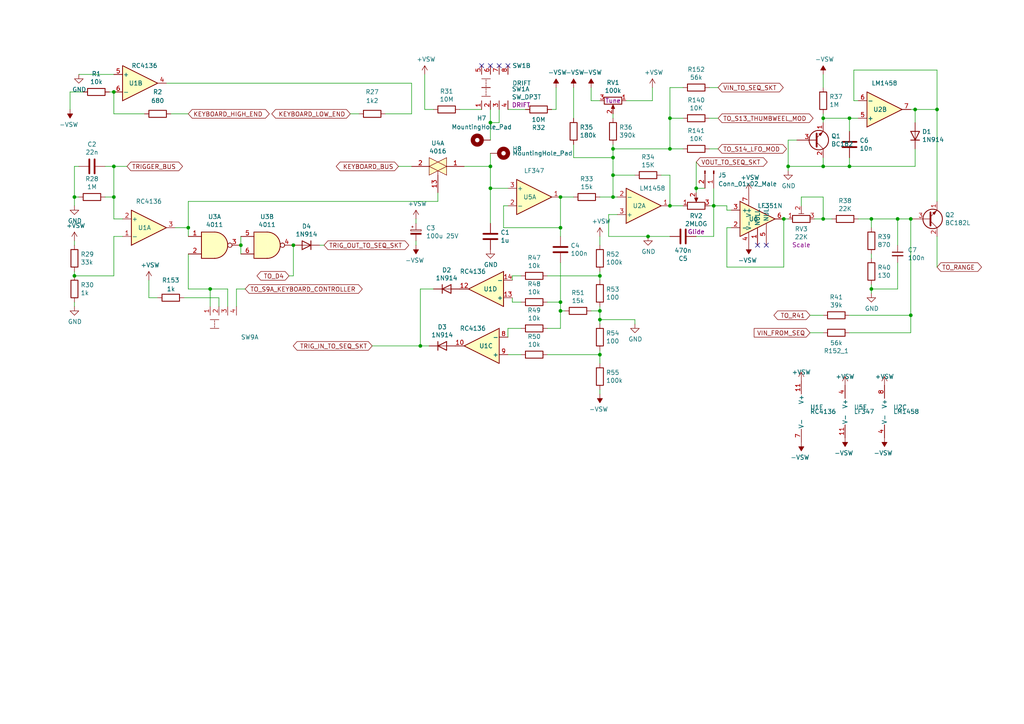
<source format=kicad_sch>
(kicad_sch (version 20230121) (generator eeschema)
  (paper "A4")
  (lib_symbols
    (symbol "4xxx:4011" (pin_names (offset 1.016))
      (property "Reference" "U" (at 0 1.27 0))
      (property "Value" "4011" (at 0 -1.27 0))
      (symbol "4011_1_1"
        (pin input line (at -7.62 2.54 0) (length 3.81) (name "~") (number "1"))
        (pin input line (at -7.62 -2.54 0) (length 3.81) (name "~") (number "2"))
        (pin output inverted (at 7.62 0 180) (length 3.81) (name "~") (number "3"))
      )
      (symbol "4011_1_2"
        (pin input inverted (at -7.62 2.54 0) (length 4.318) (name "~") (number "1"))
        (pin input inverted (at -7.62 -2.54 0) (length 4.318) (name "~") (number "2"))
        (pin output line (at 7.62 0 180) (length 3.81) (name "~") (number "3"))
      )
      (symbol "4011_2_1"
        (pin output inverted (at 7.62 0 180) (length 3.81) (name "~") (number "4"))
        (pin input line (at -7.62 2.54 0) (length 3.81) (name "~") (number "5"))
        (pin input line (at -7.62 -2.54 0) (length 3.81) (name "~") (number "6"))
      )
      (symbol "4011_2_2"
        (pin output line (at 7.62 0 180) (length 3.81) (name "~") (number "4"))
        (pin input inverted (at -7.62 2.54 0) (length 4.318) (name "~") (number "5"))
        (pin input inverted (at -7.62 -2.54 0) (length 4.318) (name "~") (number "6"))
      )
      (symbol "4011_3_1"
        (pin output inverted (at 7.62 0 180) (length 3.81) (name "~") (number "10"))
        (pin input line (at -7.62 2.54 0) (length 3.81) (name "~") (number "8"))
        (pin input line (at -7.62 -2.54 0) (length 3.81) (name "~") (number "9"))
      )
      (symbol "4011_3_2"
        (pin output line (at 7.62 0 180) (length 3.81) (name "~") (number "10"))
        (pin input inverted (at -7.62 2.54 0) (length 4.318) (name "~") (number "8"))
        (pin input inverted (at -7.62 -2.54 0) (length 4.318) (name "~") (number "9"))
      )
      (symbol "4011_4_1"
        (pin output inverted (at 7.62 0 180) (length 3.81) (name "~") (number "11"))
        (pin input line (at -7.62 2.54 0) (length 3.81) (name "~") (number "12"))
        (pin input line (at -7.62 -2.54 0) (length 3.81) (name "~") (number "13"))
      )
      (symbol "4011_4_2"
        (pin output line (at 7.62 0 180) (length 3.81) (name "~") (number "11"))
        (pin input inverted (at -7.62 2.54 0) (length 4.318) (name "~") (number "12"))
        (pin input inverted (at -7.62 -2.54 0) (length 4.318) (name "~") (number "13"))
      )
      (symbol "4011_5_0"
        (pin power_in line (at 0 12.7 270) (length 5.08) (name "VDD") (number "14"))
        (pin power_in line (at 0 -12.7 90) (length 5.08) (name "VSS") (number "7"))
      )
    )
    (symbol "4xxx:4016" (pin_names (offset 1.016))
      (property "Reference" "U" (at -7.62 8.89 0))
      (property "Value" "4016" (at -7.62 -8.89 0))
      (symbol "4016_1_0"
        (pin passive line (at -7.62 0 0) (length 5.08) (name "~") (number "1"))
        (pin input line (at 0 7.62 270) (length 5.08) (name "~") (number "13"))
        (pin passive line (at 7.62 0 180) (length 5.08) (name "~") (number "2"))
      )
      (symbol "4016_2_0"
        (pin passive line (at 7.62 0 180) (length 5.08) (name "~") (number "3"))
        (pin passive line (at -7.62 0 0) (length 5.08) (name "~") (number "4"))
        (pin input line (at 0 7.62 270) (length 5.08) (name "~") (number "5"))
      )
      (symbol "4016_3_0"
        (pin input line (at 0 7.62 270) (length 5.08) (name "~") (number "6"))
        (pin passive line (at -7.62 0 0) (length 5.08) (name "~") (number "8"))
        (pin passive line (at 7.62 0 180) (length 5.08) (name "~") (number "9"))
      )
      (symbol "4016_4_0"
        (pin passive line (at 7.62 0 180) (length 5.08) (name "~") (number "10"))
        (pin passive line (at -7.62 0 0) (length 5.08) (name "~") (number "11"))
        (pin input line (at 0 7.62 270) (length 5.08) (name "~") (number "12"))
      )
      (symbol "4016_5_0"
        (pin power_in line (at 0 12.7 270) (length 5.08) (name "VDD") (number "14"))
        (pin power_in line (at 0 -12.7 90) (length 5.08) (name "VSS") (number "7"))
      )
    )
    (symbol "Amplifier_Operational:LF351N"
      (property "Reference" "U" (at 0 6.35 0))
      (property "Value" "LF351N" (at 0 3.81 0))
      (symbol "LF351N_1_1"
        (pin input line (at 0 -7.62 90) (length 5.08) (name "NULL") (number "1"))
        (pin input line (at -7.62 -2.54 0) (length 2.54) (name "-") (number "2"))
        (pin input line (at -7.62 2.54 0) (length 2.54) (name "+") (number "3"))
        (pin power_in line (at -2.54 -7.62 90) (length 3.81) (name "V-") (number "4"))
        (pin input line (at 2.54 -7.62 90) (length 6.35) (name "NULL") (number "5"))
        (pin output line (at 7.62 0 180) (length 2.54) (name "~") (number "6"))
        (pin power_in line (at -2.54 7.62 270) (length 3.81) (name "V+") (number "7"))
        (pin no_connect line (at 0 2.54 270) (length 2.54) hide (name "NC") (number "8"))
      )
    )
    (symbol "Connector:Conn_01x02_Pin" (pin_names (offset 1.016) hide)
      (property "Reference" "J" (at 0 2.54 0))
      (property "Value" "Conn_01x02_Pin" (at 0 -5.08 0))
      (symbol "Conn_01x02_Pin_1_1"
        (pin passive line (at 5.08 0 180) (length 3.81) (name "Pin_1") (number "1"))
        (pin passive line (at 5.08 -2.54 180) (length 3.81) (name "Pin_2") (number "2"))
      )
    )
    (symbol "Device:C" (pin_numbers hide) (pin_names (offset 0.254))
      (property "Reference" "C" (at 0.635 2.54 0))
      (property "Value" "C" (at 0.635 -2.54 0))
      (symbol "C_1_1"
        (pin passive line (at 0 3.81 270) (length 2.794) (name "~") (number "1"))
        (pin passive line (at 0 -3.81 90) (length 2.794) (name "~") (number "2"))
      )
    )
    (symbol "Device:C_Polarized_Small" (pin_numbers hide) (pin_names (offset 0.254) hide)
      (property "Reference" "C" (at 0.254 1.778 0))
      (property "Value" "C_Polarized_Small" (at 0.254 -2.032 0))
      (symbol "C_Polarized_Small_1_1"
        (pin passive line (at 0 2.54 270) (length 1.8542) (name "~") (number "1"))
        (pin passive line (at 0 -2.54 90) (length 1.8542) (name "~") (number "2"))
      )
    )
    (symbol "Device:C_Small" (pin_numbers hide) (pin_names (offset 0.254) hide)
      (property "Reference" "C" (at 0.254 1.778 0))
      (property "Value" "C_Small" (at 0.254 -2.032 0))
      (symbol "C_Small_1_1"
        (pin passive line (at 0 2.54 270) (length 2.032) (name "~") (number "1"))
        (pin passive line (at 0 -2.54 90) (length 2.032) (name "~") (number "2"))
      )
    )
    (symbol "Device:Q_NPN_ECB" (pin_names (offset 0) hide)
      (property "Reference" "Q" (at 5.08 1.27 0))
      (property "Value" "Q_NPN_ECB" (at 5.08 -1.27 0))
      (symbol "Q_NPN_ECB_1_1"
        (pin passive line (at 2.54 -5.08 90) (length 2.54) (name "E") (number "1"))
        (pin passive line (at 2.54 5.08 270) (length 2.54) (name "C") (number "2"))
        (pin passive line (at -5.08 0 0) (length 5.715) (name "B") (number "3"))
      )
    )
    (symbol "Device:R" (pin_numbers hide) (pin_names (offset 0))
      (property "Reference" "R" (at 2.032 0 90))
      (property "Value" "R" (at 0 0 90))
      (symbol "R_1_1"
        (pin passive line (at 0 3.81 270) (length 1.27) (name "~") (number "1"))
        (pin passive line (at 0 -3.81 90) (length 1.27) (name "~") (number "2"))
      )
    )
    (symbol "Device:R_Potentiometer" (pin_names (offset 1.016) hide)
      (property "Reference" "RV" (at -4.445 0 90))
      (property "Value" "R_Potentiometer" (at -2.54 0 90))
      (symbol "R_Potentiometer_1_1"
        (pin passive line (at 0 3.81 270) (length 1.27) (name "1") (number "1"))
        (pin passive line (at 3.81 0 180) (length 1.27) (name "2") (number "2"))
        (pin passive line (at 0 -3.81 90) (length 1.27) (name "3") (number "3"))
      )
    )
    (symbol "Device:R_Potentiometer_Trim" (pin_names (offset 1.016) hide)
      (property "Reference" "RV" (at -4.445 0 90))
      (property "Value" "R_Potentiometer_Trim" (at -2.54 0 90))
      (symbol "R_Potentiometer_Trim_1_1"
        (pin passive line (at 0 3.81 270) (length 1.27) (name "1") (number "1"))
        (pin passive line (at 3.81 0 180) (length 1.27) (name "2") (number "2"))
        (pin passive line (at 0 -3.81 90) (length 1.27) (name "3") (number "3"))
      )
    )
    (symbol "Diode:1N914" (pin_numbers hide) (pin_names hide)
      (property "Reference" "D" (at 0 2.54 0))
      (property "Value" "1N914" (at 0 -2.54 0))
      (symbol "1N914_1_1"
        (pin passive line (at -3.81 0 0) (length 2.54) (name "K") (number "1"))
        (pin passive line (at 3.81 0 180) (length 2.54) (name "A") (number "2"))
      )
    )
    (symbol "Mechanical:MountingHole_Pad" (pin_numbers hide) (pin_names (offset 1.016) hide)
      (property "Reference" "H" (at 0 6.35 0))
      (property "Value" "MountingHole_Pad" (at 0 4.445 0))
      (symbol "MountingHole_Pad_1_1"
        (pin input line (at 0 -2.54 90) (length 2.54) (name "1") (number "1"))
      )
    )
    (symbol "pe_microsynth:LF347" (pin_names (offset 0.127))
      (property "Reference" "U" (at 0 5.08 0))
      (property "Value" "LF347" (at 0 -5.08 0))
      (symbol "LF347_1_1"
        (pin output line (at 7.62 0 180) (length 2.54) (name "~") (number "1"))
        (pin input line (at -7.62 -2.54 0) (length 2.54) (name "-") (number "2"))
        (pin input line (at -7.62 2.54 0) (length 2.54) (name "+") (number "3"))
      )
      (symbol "LF347_2_1"
        (pin input line (at -7.62 2.54 0) (length 2.54) (name "+") (number "5"))
        (pin input line (at -7.62 -2.54 0) (length 2.54) (name "-") (number "6"))
        (pin output line (at 7.62 0 180) (length 2.54) (name "~") (number "7"))
      )
      (symbol "LF347_3_1"
        (pin input line (at -7.62 2.54 0) (length 2.54) (name "+") (number "10"))
        (pin output line (at 7.62 0 180) (length 2.54) (name "~") (number "8"))
        (pin input line (at -7.62 -2.54 0) (length 2.54) (name "-") (number "9"))
      )
      (symbol "LF347_4_1"
        (pin input line (at -7.62 2.54 0) (length 2.54) (name "+") (number "12"))
        (pin input line (at -7.62 -2.54 0) (length 2.54) (name "-") (number "13"))
        (pin output line (at 7.62 0 180) (length 2.54) (name "~") (number "14"))
      )
      (symbol "LF347_5_1"
        (pin power_in line (at -2.54 -7.62 90) (length 3.81) (name "V-") (number "11"))
        (pin power_in line (at -2.54 7.62 270) (length 3.81) (name "V+") (number "4"))
      )
    )
    (symbol "pe_microsynth:LM1458" (pin_names (offset 0.127))
      (property "Reference" "U" (at 0 5.08 0))
      (property "Value" "LM1458" (at 0 -5.08 0))
      (symbol "LM1458_1_1"
        (pin output line (at 7.62 0 180) (length 2.54) (name "~") (number "1"))
        (pin input line (at -7.62 -2.54 0) (length 2.54) (name "-") (number "2"))
        (pin input line (at -7.62 2.54 0) (length 2.54) (name "+") (number "3"))
      )
      (symbol "LM1458_2_1"
        (pin input line (at -7.62 2.54 0) (length 2.54) (name "+") (number "5"))
        (pin input line (at -7.62 -2.54 0) (length 2.54) (name "-") (number "6"))
        (pin output line (at 7.62 0 180) (length 2.54) (name "~") (number "7"))
      )
      (symbol "LM1458_3_1"
        (pin power_in line (at -2.54 -7.62 90) (length 3.81) (name "V-") (number "4"))
        (pin power_in line (at -2.54 7.62 270) (length 3.81) (name "V+") (number "8"))
      )
    )
    (symbol "pe_microsynth:RC4136" (pin_names (offset 0.127))
      (property "Reference" "U" (at -3.81 0 0))
      (property "Value" "RC4136" (at 0 3.81 0))
      (symbol "RC4136_1_1"
        (pin input line (at -7.62 2.54 0) (length 2.54) (name "-") (number "1"))
        (pin input line (at -7.62 -2.54 0) (length 2.54) (name "+") (number "2"))
        (pin output line (at 7.62 0 180) (length 2.54) (name "~") (number "3"))
      )
      (symbol "RC4136_2_1"
        (pin output line (at 7.62 0 180) (length 2.54) (name "~") (number "4"))
        (pin input line (at -7.62 -2.54 0) (length 2.54) (name "+") (number "5"))
        (pin input line (at -7.62 2.54 0) (length 2.54) (name "-") (number "6"))
      )
      (symbol "RC4136_3_1"
        (pin output line (at 7.62 0 180) (length 2.54) (name "~") (number "10"))
        (pin input line (at -7.62 2.54 0) (length 2.54) (name "-") (number "8"))
        (pin input line (at -7.62 -2.54 0) (length 2.54) (name "+") (number "9"))
      )
      (symbol "RC4136_4_1"
        (pin output line (at 7.62 0 180) (length 2.54) (name "~") (number "12"))
        (pin input line (at -7.62 -2.54 0) (length 2.54) (name "+") (number "13"))
        (pin input line (at -7.62 2.54 0) (length 2.54) (name "-") (number "14"))
      )
      (symbol "RC4136_5_1"
        (pin power_in line (at -2.54 8.89 270) (length 3.81) (name "V+") (number "11"))
        (pin power_in line (at -2.54 -8.89 90) (length 3.81) (name "V-") (number "7"))
      )
    )
    (symbol "pe_microsynth:SW_DPTT_SELECTOR-Switch" (pin_names (offset 1.016))
      (property "Reference" "SW" (at 0 0 0))
      (property "Value" "SW_DPTT_SELECTOR-Switch" (at 0 0 0))
      (symbol "SW_DPTT_SELECTOR-Switch_1_1"
        (pin bidirectional line (at -3.81 -5.08 90) (length 2.54) (name "~") (number "1"))
        (pin bidirectional line (at -1.27 -5.08 90) (length 2.54) (name "~") (number "2"))
        (pin bidirectional line (at 1.27 -5.08 90) (length 2.54) (name "~") (number "3"))
        (pin bidirectional line (at 3.81 -5.08 90) (length 2.54) (name "~") (number "4"))
      )
      (symbol "SW_DPTT_SELECTOR-Switch_2_1"
        (pin bidirectional line (at -3.81 5.08 270) (length 2.54) (name "~") (number "5"))
        (pin bidirectional line (at -1.27 5.08 270) (length 2.54) (name "~") (number "6"))
        (pin bidirectional line (at 1.27 5.08 270) (length 2.54) (name "~") (number "7"))
        (pin bidirectional line (at 3.81 5.08 270) (length 2.54) (name "~") (number "8"))
      )
    )
    (symbol "power:+VSW" (power) (pin_names (offset 0))
      (property "Value" "+VSW" (at 0 3.556 0))
      (symbol "+VSW_1_1"
        (pin power_in line (at 0 0 90) (length 0) hide (name "+VSW") (number "1"))
      )
    )
    (symbol "power:-VSW" (power) (pin_names (offset 0))
      (property "Value" "-VSW" (at 0 3.81 0))
      (symbol "-VSW_0_0"
        (pin power_in line (at 0 0 90) (length 0) hide (name "-VSW") (number "1"))
      )
    )
    (symbol "power:GND" (power) (pin_names (offset 0))
      (property "Value" "GND" (at 0 -3.81 0))
      (symbol "GND_1_1"
        (pin power_in line (at 0 0 270) (length 0) hide (name "GND") (number "1"))
      )
    )
  )
  (junction (at 177.8 50.8))
  (junction (at 252.73 63.5))
  (junction (at 246.38 48.26))
  (junction (at 54.61 66.04))
  (junction (at 162.56 66.04))
  (junction (at 177.8 45.72))
  (junction (at 177.8 57.15))
  (junction (at 121.92 100.33))
  (junction (at 173.99 80.01))
  (junction (at 238.76 63.5))
  (junction (at 264.16 91.44))
  (junction (at 201.93 54.61))
  (junction (at 33.02 48.26))
  (junction (at 21.59 57.15))
  (junction (at 238.76 34.29))
  (junction (at 227.33 63.5))
  (junction (at 173.99 102.87))
  (junction (at 271.78 31.75))
  (junction (at 177.8 43.18))
  (junction (at 194.31 43.18))
  (junction (at 21.59 80.01))
  (junction (at 207.01 59.69))
  (junction (at 69.85 71.12))
  (junction (at 246.38 34.29))
  (junction (at 228.6 48.26))
  (junction (at 60.96 83.82))
  (junction (at 162.56 57.15))
  (junction (at 252.73 83.82))
  (junction (at 142.24 54.61))
  (junction (at 265.43 31.75))
  (junction (at 260.35 63.5))
  (junction (at 238.76 48.26))
  (junction (at 187.96 68.58))
  (junction (at 33.02 57.15))
  (junction (at 142.24 35.56))
  (junction (at 162.56 90.17))
  (junction (at 194.31 59.69))
  (junction (at 162.56 87.63))
  (junction (at 85.09 71.12))
  (junction (at 142.24 48.26))
  (junction (at 173.99 92.71))
  (junction (at 173.99 90.17))
  (junction (at 33.02 26.67))
  (junction (at 264.16 63.5))
  (junction (at 194.31 34.29))
  (no_connect (at 222.25 71.12))
  (no_connect (at 139.7 19.05))
  (no_connect (at 147.32 19.05))
  (no_connect (at 219.71 71.12))
  (no_connect (at 142.24 19.05))
  (no_connect (at 144.78 19.05))
  (wire (pts (xy 173.99 114.3) (xy 173.99 113.03)))
  (wire (pts (xy 265.43 31.75) (xy 271.78 31.75)))
  (wire (pts (xy 177.8 33.02) (xy 177.8 34.29)))
  (wire (pts (xy 22.86 21.59) (xy 33.02 21.59)))
  (wire (pts (xy 177.8 50.8) (xy 177.8 45.72)))
  (wire (pts (xy 238.76 33.02) (xy 238.76 34.29)))
  (wire (pts (xy 71.12 83.82) (xy 68.58 83.82)))
  (wire (pts (xy 63.5 86.36) (xy 53.34 86.36)))
  (wire (pts (xy 260.35 63.5) (xy 264.16 63.5)))
  (wire (pts (xy 173.99 80.01) (xy 158.75 80.01)))
  (wire (pts (xy 101.6 33.02) (xy 104.14 33.02)))
  (wire (pts (xy 33.02 48.26) (xy 30.48 48.26)))
  (wire (pts (xy 248.92 34.29) (xy 246.38 34.29)))
  (wire (pts (xy 238.76 57.15) (xy 232.41 57.15)))
  (wire (pts (xy 194.31 59.69) (xy 194.31 50.8)))
  (wire (pts (xy 127 58.42) (xy 54.61 58.42)))
  (wire (pts (xy 260.35 71.12) (xy 260.35 63.5)))
  (wire (pts (xy 33.02 33.02) (xy 41.91 33.02)))
  (wire (pts (xy 63.5 88.9) (xy 63.5 86.36)))
  (wire (pts (xy 232.41 57.15) (xy 232.41 59.69)))
  (wire (pts (xy 161.29 31.75) (xy 160.02 31.75)))
  (wire (pts (xy 144.78 35.56) (xy 142.24 35.56)))
  (wire (pts (xy 246.38 34.29) (xy 246.38 38.1)))
  (wire (pts (xy 246.38 34.29) (xy 238.76 34.29)))
  (wire (pts (xy 166.37 45.72) (xy 177.8 45.72)))
  (wire (pts (xy 111.76 33.02) (xy 119.38 33.02)))
  (wire (pts (xy 54.61 66.04) (xy 50.8 66.04)))
  (wire (pts (xy 173.99 78.74) (xy 173.99 80.01)))
  (wire (pts (xy 194.31 43.18) (xy 177.8 43.18)))
  (wire (pts (xy 31.75 26.67) (xy 33.02 26.67)))
  (wire (pts (xy 173.99 29.21) (xy 171.45 29.21)))
  (wire (pts (xy 146.05 66.04) (xy 146.05 59.69)))
  (wire (pts (xy 162.56 66.04) (xy 146.05 66.04)))
  (wire (pts (xy 148.59 80.01) (xy 148.59 81.28)))
  (wire (pts (xy 248.92 63.5) (xy 252.73 63.5)))
  (wire (pts (xy 162.56 90.17) (xy 162.56 95.25)))
  (wire (pts (xy 173.99 88.9) (xy 173.99 90.17)))
  (wire (pts (xy 171.45 29.21) (xy 171.45 25.4)))
  (wire (pts (xy 147.32 54.61) (xy 142.24 54.61)))
  (wire (pts (xy 212.09 60.96) (xy 210.82 60.96)))
  (wire (pts (xy 238.76 63.5) (xy 238.76 57.15)))
  (wire (pts (xy 60.96 83.82) (xy 66.04 83.82)))
  (wire (pts (xy 173.99 92.71) (xy 173.99 93.98)))
  (wire (pts (xy 121.92 83.82) (xy 121.92 100.33)))
  (wire (pts (xy 210.82 60.96) (xy 210.82 59.69)))
  (wire (pts (xy 198.12 59.69) (xy 194.31 59.69)))
  (wire (pts (xy 238.76 63.5) (xy 241.3 63.5)))
  (wire (pts (xy 173.99 101.6) (xy 173.99 102.87)))
  (wire (pts (xy 179.07 57.15) (xy 177.8 57.15)))
  (wire (pts (xy 210.82 59.69) (xy 207.01 59.69)))
  (wire (pts (xy 238.76 63.5) (xy 236.22 63.5)))
  (wire (pts (xy 176.53 62.23) (xy 176.53 68.58)))
  (wire (pts (xy 176.53 68.58) (xy 187.96 68.58)))
  (wire (pts (xy 246.38 48.26) (xy 238.76 48.26)))
  (wire (pts (xy 201.93 46.99) (xy 201.93 54.61)))
  (wire (pts (xy 162.56 87.63) (xy 158.75 87.63)))
  (wire (pts (xy 119.38 24.13) (xy 119.38 33.02)))
  (wire (pts (xy 238.76 48.26) (xy 228.6 48.26)))
  (wire (pts (xy 69.85 68.58) (xy 69.85 71.12)))
  (wire (pts (xy 207.01 68.58) (xy 207.01 59.69)))
  (wire (pts (xy 33.02 33.02) (xy 33.02 26.67)))
  (wire (pts (xy 147.32 95.25) (xy 147.32 97.79)))
  (wire (pts (xy 127 55.88) (xy 127 58.42)))
  (wire (pts (xy 142.24 31.75) (xy 142.24 35.56)))
  (wire (pts (xy 260.35 83.82) (xy 260.35 76.2)))
  (wire (pts (xy 162.56 76.2) (xy 162.56 87.63)))
  (wire (pts (xy 179.07 62.23) (xy 176.53 62.23)))
  (wire (pts (xy 194.31 43.18) (xy 194.31 34.29)))
  (wire (pts (xy 228.6 63.5) (xy 227.33 63.5)))
  (wire (pts (xy 228.6 49.53) (xy 228.6 48.26)))
  (wire (pts (xy 142.24 48.26) (xy 134.62 48.26)))
  (wire (pts (xy 144.78 31.75) (xy 144.78 35.56)))
  (wire (pts (xy 125.73 83.82) (xy 121.92 83.82)))
  (wire (pts (xy 210.82 77.47) (xy 227.33 77.47)))
  (wire (pts (xy 271.78 31.75) (xy 271.78 58.42)))
  (wire (pts (xy 208.28 25.4) (xy 205.74 25.4)))
  (wire (pts (xy 207.01 54.61) (xy 207.01 59.69)))
  (wire (pts (xy 173.99 102.87) (xy 173.99 105.41)))
  (wire (pts (xy 107.95 100.33) (xy 121.92 100.33)))
  (wire (pts (xy 173.99 102.87) (xy 158.75 102.87)))
  (wire (pts (xy 238.76 91.44) (xy 234.95 91.44)))
  (wire (pts (xy 247.65 29.21) (xy 247.65 20.32)))
  (wire (pts (xy 194.31 34.29) (xy 194.31 25.4)))
  (wire (pts (xy 248.92 29.21) (xy 247.65 29.21)))
  (wire (pts (xy 139.7 31.75) (xy 133.35 31.75)))
  (wire (pts (xy 201.93 54.61) (xy 201.93 55.88)))
  (wire (pts (xy 148.59 86.36) (xy 148.59 87.63)))
  (wire (pts (xy 166.37 41.91) (xy 166.37 45.72)))
  (wire (pts (xy 142.24 44.45) (xy 142.24 48.26)))
  (wire (pts (xy 210.82 66.04) (xy 210.82 77.47)))
  (wire (pts (xy 161.29 25.4) (xy 161.29 31.75)))
  (wire (pts (xy 198.12 43.18) (xy 194.31 43.18)))
  (wire (pts (xy 228.6 48.26) (xy 228.6 40.64)))
  (wire (pts (xy 173.99 80.01) (xy 173.99 81.28)))
  (wire (pts (xy 201.93 54.61) (xy 204.47 54.61)))
  (wire (pts (xy 162.56 90.17) (xy 163.83 90.17)))
  (wire (pts (xy 177.8 45.72) (xy 177.8 43.18)))
  (wire (pts (xy 33.02 68.58) (xy 33.02 80.01)))
  (wire (pts (xy 252.73 63.5) (xy 260.35 63.5)))
  (wire (pts (xy 151.13 80.01) (xy 148.59 80.01)))
  (wire (pts (xy 54.61 83.82) (xy 54.61 73.66)))
  (wire (pts (xy 33.02 57.15) (xy 33.02 48.26)))
  (wire (pts (xy 123.19 21.59) (xy 123.19 31.75)))
  (wire (pts (xy 271.78 68.58) (xy 271.78 77.47)))
  (wire (pts (xy 194.31 34.29) (xy 198.12 34.29)))
  (wire (pts (xy 238.76 34.29) (xy 238.76 35.56)))
  (wire (pts (xy 21.59 80.01) (xy 21.59 78.74)))
  (wire (pts (xy 171.45 90.17) (xy 173.99 90.17)))
  (wire (pts (xy 246.38 91.44) (xy 264.16 91.44)))
  (wire (pts (xy 271.78 20.32) (xy 271.78 31.75)))
  (wire (pts (xy 54.61 68.58) (xy 54.61 66.04)))
  (wire (pts (xy 246.38 96.52) (xy 264.16 96.52)))
  (wire (pts (xy 93.98 71.12) (xy 92.71 71.12)))
  (wire (pts (xy 238.76 45.72) (xy 238.76 48.26)))
  (wire (pts (xy 151.13 95.25) (xy 147.32 95.25)))
  (wire (pts (xy 177.8 57.15) (xy 177.8 50.8)))
  (wire (pts (xy 43.18 81.28) (xy 43.18 86.36)))
  (wire (pts (xy 265.43 43.18) (xy 265.43 48.26)))
  (wire (pts (xy 147.32 102.87) (xy 151.13 102.87)))
  (wire (pts (xy 162.56 95.25) (xy 158.75 95.25)))
  (wire (pts (xy 162.56 68.58) (xy 162.56 66.04)))
  (wire (pts (xy 49.53 33.02) (xy 54.61 33.02)))
  (wire (pts (xy 162.56 57.15) (xy 166.37 57.15)))
  (wire (pts (xy 228.6 40.64) (xy 231.14 40.64)))
  (wire (pts (xy 184.15 92.71) (xy 173.99 92.71)))
  (wire (pts (xy 115.57 48.26) (xy 119.38 48.26)))
  (wire (pts (xy 189.23 25.4) (xy 189.23 29.21)))
  (wire (pts (xy 35.56 63.5) (xy 33.02 63.5)))
  (wire (pts (xy 162.56 66.04) (xy 162.56 57.15)))
  (wire (pts (xy 162.56 87.63) (xy 162.56 90.17)))
  (wire (pts (xy 142.24 54.61) (xy 142.24 64.77)))
  (wire (pts (xy 265.43 31.75) (xy 264.16 31.75)))
  (wire (pts (xy 173.99 57.15) (xy 177.8 57.15)))
  (wire (pts (xy 246.38 45.72) (xy 246.38 48.26)))
  (wire (pts (xy 252.73 82.55) (xy 252.73 83.82)))
  (wire (pts (xy 189.23 29.21) (xy 181.61 29.21)))
  (wire (pts (xy 68.58 83.82) (xy 68.58 88.9)))
  (wire (pts (xy 227.33 77.47) (xy 227.33 63.5)))
  (wire (pts (xy 60.96 83.82) (xy 54.61 83.82)))
  (wire (pts (xy 177.8 43.18) (xy 177.8 41.91)))
  (wire (pts (xy 212.09 66.04) (xy 210.82 66.04)))
  (wire (pts (xy 33.02 63.5) (xy 33.02 57.15)))
  (wire (pts (xy 184.15 50.8) (xy 177.8 50.8)))
  (wire (pts (xy 173.99 90.17) (xy 173.99 92.71)))
  (wire (pts (xy 21.59 59.69) (xy 21.59 57.15)))
  (wire (pts (xy 184.15 93.98) (xy 184.15 92.71)))
  (wire (pts (xy 142.24 54.61) (xy 142.24 48.26)))
  (wire (pts (xy 252.73 83.82) (xy 260.35 83.82)))
  (wire (pts (xy 146.05 59.69) (xy 147.32 59.69)))
  (wire (pts (xy 60.96 88.9) (xy 60.96 83.82)))
  (wire (pts (xy 36.83 48.26) (xy 33.02 48.26)))
  (wire (pts (xy 201.93 68.58) (xy 207.01 68.58)))
  (wire (pts (xy 207.01 59.69) (xy 205.74 59.69)))
  (wire (pts (xy 173.99 68.58) (xy 173.99 71.12)))
  (wire (pts (xy 252.73 73.66) (xy 252.73 74.93)))
  (wire (pts (xy 265.43 35.56) (xy 265.43 31.75)))
  (wire (pts (xy 119.38 24.13) (xy 48.26 24.13)))
  (wire (pts (xy 194.31 25.4) (xy 198.12 25.4)))
  (wire (pts (xy 120.65 69.85) (xy 120.65 71.12)))
  (wire (pts (xy 148.59 87.63) (xy 151.13 87.63)))
  (wire (pts (xy 152.4 31.75) (xy 147.32 31.75)))
  (wire (pts (xy 43.18 86.36) (xy 45.72 86.36)))
  (wire (pts (xy 208.28 34.29) (xy 205.74 34.29)))
  (wire (pts (xy 187.96 68.58) (xy 194.31 68.58)))
  (wire (pts (xy 66.04 83.82) (xy 66.04 88.9)))
  (wire (pts (xy 21.59 48.26) (xy 22.86 48.26)))
  (wire (pts (xy 238.76 96.52) (xy 234.95 96.52)))
  (wire (pts (xy 21.59 71.12) (xy 21.59 69.85)))
  (wire (pts (xy 265.43 48.26) (xy 246.38 48.26)))
  (wire (pts (xy 22.86 57.15) (xy 21.59 57.15)))
  (wire (pts (xy 208.28 43.18) (xy 205.74 43.18)))
  (wire (pts (xy 21.59 88.9) (xy 21.59 87.63)))
  (wire (pts (xy 247.65 20.32) (xy 271.78 20.32)))
  (wire (pts (xy 20.32 26.67) (xy 20.32 31.75)))
  (wire (pts (xy 85.09 80.01) (xy 83.82 80.01)))
  (wire (pts (xy 238.76 25.4) (xy 238.76 21.59)))
  (wire (pts (xy 24.13 26.67) (xy 20.32 26.67)))
  (wire (pts (xy 54.61 58.42) (xy 54.61 66.04)))
  (wire (pts (xy 166.37 34.29) (xy 166.37 25.4)))
  (wire (pts (xy 264.16 91.44) (xy 264.16 63.5)))
  (wire (pts (xy 85.09 71.12) (xy 85.09 80.01)))
  (wire (pts (xy 69.85 71.12) (xy 69.85 73.66)))
  (wire (pts (xy 252.73 66.04) (xy 252.73 63.5)))
  (wire (pts (xy 30.48 57.15) (xy 33.02 57.15)))
  (wire (pts (xy 252.73 85.09) (xy 252.73 83.82)))
  (wire (pts (xy 123.19 31.75) (xy 125.73 31.75)))
  (wire (pts (xy 35.56 68.58) (xy 33.02 68.58)))
  (wire (pts (xy 142.24 35.56) (xy 142.24 40.64)))
  (wire (pts (xy 194.31 50.8) (xy 191.77 50.8)))
  (wire (pts (xy 33.02 80.01) (xy 21.59 80.01)))
  (wire (pts (xy 120.65 64.77) (xy 120.65 63.5)))
  (wire (pts (xy 124.46 100.33) (xy 121.92 100.33)))
  (wire (pts (xy 21.59 57.15) (xy 21.59 48.26)))
  (wire (pts (xy 264.16 96.52) (xy 264.16 91.44)))
  (global_label "TO_S14_LFO_MOD" (shape bidirectional) (at 208.28 43.18 0) (property "Intersheetrefs" "${INTERSHEET_REFS}" (effects hide)))
  (global_label "TO_S13_THUMBWEEL_MOD" (shape bidirectional) (at 208.28 34.29 0) (property "Intersheetrefs" "${INTERSHEET_REFS}" (effects hide)))
  (global_label "VOUT_TO_SEQ_SKT" (shape bidirectional) (at 201.93 46.99 0) (property "Intersheetrefs" "${INTERSHEET_REFS}" (effects hide)))
  (global_label "TO_R41" (shape bidirectional) (at 234.95 91.44 180) (property "Intersheetrefs" "${INTERSHEET_REFS}" (effects hide)))
  (global_label "KEYBOARD_HIGH_END" (shape bidirectional) (at 54.61 33.02 0) (property "Intersheetrefs" "${INTERSHEET_REFS}" (effects hide)))
  (global_label "TRIGGER_BUS" (shape bidirectional) (at 36.83 48.26 0) (property "Intersheetrefs" "${INTERSHEET_REFS}" (effects hide)))
  (global_label "TRIG_IN_TO_SEQ_SKT" (shape bidirectional) (at 107.95 100.33 180) (property "Intersheetrefs" "${INTERSHEET_REFS}" (effects hide)))
  (global_label "VIN_FROM_SEQ" (shape input) (at 234.95 96.52 180) (property "Intersheetrefs" "${INTERSHEET_REFS}" (effects hide)))
  (global_label "VIN_TO_SEQ_SKT" (shape bidirectional) (at 208.28 25.4 0) (property "Intersheetrefs" "${INTERSHEET_REFS}" (effects hide)))
  (global_label "KEYBOARD_LOW_END" (shape bidirectional) (at 101.6 33.02 180) (property "Intersheetrefs" "${INTERSHEET_REFS}" (effects hide)))
  (global_label "TO_S9A_KEYBOARD_CONTROLLER" (shape bidirectional) (at 71.12 83.82 0) (property "Intersheetrefs" "${INTERSHEET_REFS}" (effects hide)))
  (global_label "KEYBOARD_BUS" (shape bidirectional) (at 115.57 48.26 180) (property "Intersheetrefs" "${INTERSHEET_REFS}" (effects hide)))
  (global_label "TRIG_OUT_TO_SEQ_SKT" (shape bidirectional) (at 93.98 71.12 0) (property "Intersheetrefs" "${INTERSHEET_REFS}" (effects hide)))
  (global_label "TO_RANGE" (shape bidirectional) (at 271.78 77.47 0) (property "Intersheetrefs" "${INTERSHEET_REFS}" (effects hide)))
  (global_label "TO_D4" (shape bidirectional) (at 83.82 80.01 180) (property "Intersheetrefs" "${INTERSHEET_REFS}" (effects hide)))
  (symbol (lib_id "power:-VSW") (at 232.41 128.27 180) (unit 1)
    (property "Reference" "#PWR0232" (effects hide))
    (property "Value" "-VSW" (at 232.029 132.6642 0))
  )
  (symbol (lib_id "power:+VSW") (at 232.41 110.49 0) (unit 1)
    (property "Reference" "#PWR0231" (effects hide))
    (property "Value" "+VSW" (at 232.41 107.95 0))
  )
  (symbol (lib_id "Device:Q_NPN_ECB") (at 269.24 63.5 0) (mirror x) (unit 1)
    (property "Reference" "Q2" (at 274.0914 62.3316 0) (effects (justify left)))
    (property "Value" "BC182L" (at 274.0914 64.643 0) (effects (justify left)))
    (property "Footprint" "Package_TO_SOT_THT:TO-92L_Inline_Wide" (effects hide))
  )
  (symbol (lib_id "Device:Q_NPN_ECB") (at 236.22 40.64 0) (mirror x) (unit 1)
    (property "Reference" "Q1" (at 241.0714 39.4716 0) (effects (justify left)))
    (property "Value" "BC182" (at 241.0714 41.783 0) (effects (justify left)))
    (property "Footprint" "Package_TO_SOT_THT:TO-92L_Inline_Wide" (effects hide))
  )
  (symbol (lib_id "Device:C") (at 246.38 41.91 0) (unit 1)
    (property "Reference" "C6" (at 249.301 40.7416 0) (effects (justify left)))
    (property "Value" "10n" (at 249.301 43.053 0) (effects (justify left)))
    (property "Footprint" "Capacitor_THT:C_Rect_L7.2mm_W2.5mm_P5.00mm_FKS2_FKP2_MKS2_MKP2" (effects hide))
  )
  (symbol (lib_id "Device:C_Small") (at 260.35 73.66 0) (unit 1)
    (property "Reference" "C7" (at 263.271 72.4916 0) (effects (justify left)))
    (property "Value" "100n" (at 263.271 74.803 0) (effects (justify left)))
    (property "Footprint" "Capacitor_THT:C_Rect_L7.2mm_W2.5mm_P5.00mm_FKS2_FKP2_MKS2_MKP2" (effects hide))
  )
  (symbol (lib_id "Device:C") (at 198.12 68.58 270) (mirror x) (unit 1)
    (property "Reference" "C5" (at 198.12 74.9808 90))
    (property "Value" "470n" (at 198.12 72.6694 90))
    (property "Footprint" "Capacitor_THT:C_Rect_L7.2mm_W4.5mm_P5.00mm_FKS2_FKP2_MKS2_MKP2" (effects hide))
  )
  (symbol (lib_id "Device:C") (at 162.56 72.39 0) (unit 1)
    (property "Reference" "C4" (at 165.481 71.2216 0) (effects (justify left)))
    (property "Value" "100n" (at 165.481 73.533 0) (effects (justify left)))
    (property "Footprint" "Capacitor_THT:C_Rect_L7.2mm_W2.5mm_P5.00mm_FKS2_FKP2_MKS2_MKP2" (effects hide))
  )
  (symbol (lib_id "Device:C") (at 142.24 68.58 0) (unit 1)
    (property "Reference" "C1" (at 145.161 67.4116 0) (effects (justify left)))
    (property "Value" "1u" (at 145.161 69.723 0) (effects (justify left)))
    (property "Footprint" "Capacitor_THT:C_Rect_L7.2mm_W7.2mm_P5.00mm_FKS2_FKP2_MKS2_MKP2" (effects hide))
  )
  (symbol (lib_id "Device:C") (at 26.67 48.26 270) (unit 1)
    (property "Reference" "C2" (at 26.67 41.8592 90))
    (property "Value" "22n" (at 26.67 44.1706 90))
    (property "Footprint" "Capacitor_THT:C_Rect_L7.2mm_W2.5mm_P5.00mm_FKS2_FKP2_MKS2_MKP2" (effects hide))
  )
  (symbol (lib_id "Diode:1N914") (at 88.9 71.12 180) (unit 1)
    (property "Reference" "D4" (at 88.9 65.6336 0))
    (property "Value" "1N914" (at 88.9 67.945 0))
    (property "Footprint" "Diode_THT:D_DO-35_SOD27_P7.62mm_Horizontal" (effects hide))
    (property "Datasheet" "http://www.vishay.com/docs/85622/1n914.pdf" (effects hide))
  )
  (symbol (lib_id "power:GND") (at 142.24 72.39 0) (unit 1)
    (property "Reference" "#PWR0210" (effects hide))
    (property "Value" "GND" (at 142.367 76.7842 0))
  )
  (symbol (lib_id "Device:R") (at 26.67 57.15 270) (unit 1)
    (property "Reference" "R28" (at 26.67 51.8922 90))
    (property "Value" "1M" (at 26.67 54.2036 90))
    (property "Footprint" "Resistor_THT:R_Axial_DIN0207_L6.3mm_D2.5mm_P10.16mm_Horizontal" (effects hide))
  )
  (symbol (lib_id "4xxx:4011") (at 62.23 71.12 0) (unit 1)
    (property "Reference" "U3" (at 62.23 62.865 0))
    (property "Value" "4011" (at 62.23 65.1764 0))
    (property "Footprint" "Package_DIP:DIP-14_W7.62mm_LongPads" (effects hide))
    (property "Datasheet" "http://www.intersil.com/content/dam/Intersil/documents/cd40/cd4011bms-12bms-23bms.pdf" (effects hide))
  )
  (symbol (lib_id "4xxx:4011") (at 77.47 71.12 0) (unit 2)
    (property "Reference" "U3" (at 77.47 62.865 0))
    (property "Value" "4011" (at 77.47 65.1764 0))
    (property "Footprint" "Package_DIP:DIP-14_W7.62mm_LongPads" (effects hide))
    (property "Datasheet" "http://www.intersil.com/content/dam/Intersil/documents/cd40/cd4011bms-12bms-23bms.pdf" (effects hide))
  )
  (symbol (lib_id "power:+VSW") (at 245.11 111.76 0) (unit 1)
    (property "Reference" "#PWR0233" (effects hide))
    (property "Value" "+VSW" (at 245.11 109.22 0))
  )
  (symbol (lib_id "power:-VSW") (at 245.11 127 180) (unit 1)
    (property "Reference" "#PWR0234" (effects hide))
    (property "Value" "-VSW" (at 244.729 131.3942 0))
  )
  (symbol (lib_id "power:+VSW") (at 43.18 81.28 0) (unit 1)
    (property "Reference" "#PWR0211" (effects hide))
    (property "Value" "+VSW" (at 43.561 76.8858 0))
  )
  (symbol (lib_id "Connector:Conn_01x02_Pin") (at 207.01 49.53 270) (unit 1)
    (property "Reference" "J5" (at 208.28 50.8 90) (effects (justify left)))
    (property "Value" "Conn_01x02_Male" (at 208.28 53.34 90) (effects (justify left)))
    (property "Footprint" "Connector_PinHeader_2.54mm:PinHeader_1x02_P2.54mm_Vertical" (effects hide))
  )
  (symbol (lib_id "power:GND") (at 21.59 59.69 0) (unit 1)
    (property "Reference" "#PWR0212" (effects hide))
    (property "Value" "GND" (at 21.717 64.0842 0))
  )
  (symbol (lib_id "power:+VSW") (at 21.59 69.85 0) (unit 1)
    (property "Reference" "#PWR0213" (effects hide))
    (property "Value" "+VSW" (at 21.971 65.4558 0))
  )
  (symbol (lib_id "Device:R") (at 21.59 74.93 0) (unit 1)
    (property "Reference" "R29" (at 23.368 73.7616 0) (effects (justify left)))
    (property "Value" "33k" (at 23.368 76.073 0) (effects (justify left)))
    (property "Footprint" "Resistor_THT:R_Axial_DIN0207_L6.3mm_D2.5mm_P10.16mm_Horizontal" (effects hide))
  )
  (symbol (lib_id "Device:R") (at 21.59 83.82 0) (unit 1)
    (property "Reference" "R30" (at 23.368 82.6516 0) (effects (justify left)))
    (property "Value" "1k" (at 23.368 84.963 0) (effects (justify left)))
    (property "Footprint" "Resistor_THT:R_Axial_DIN0207_L6.3mm_D2.5mm_P10.16mm_Horizontal" (effects hide))
  )
  (symbol (lib_id "power:GND") (at 21.59 88.9 0) (unit 1)
    (property "Reference" "#PWR0214" (effects hide))
    (property "Value" "GND" (at 21.717 93.2942 0))
  )
  (symbol (lib_id "4xxx:4016") (at 127 48.26 180) (unit 1)
    (property "Reference" "U4" (at 127 41.529 0))
    (property "Value" "4016" (at 127 43.8404 0))
    (property "Footprint" "Package_DIP:DIP-14_W7.62mm_LongPads" (effects hide))
    (property "Datasheet" "http://www.ti.com/lit/ds/symlink/cd4016b.pdf" (effects hide))
  )
  (symbol (lib_id "power:GND") (at 22.86 21.59 0) (unit 1)
    (property "Reference" "#PWR0215" (effects hide))
    (property "Value" "GND" (at 22.987 25.9842 0))
  )
  (symbol (lib_id "power:-VSW") (at 20.32 31.75 180) (unit 1)
    (property "Reference" "#PWR0216" (effects hide))
    (property "Value" "-VSW" (at 19.939 36.1442 0))
  )
  (symbol (lib_id "Device:R") (at 27.94 26.67 270) (unit 1)
    (property "Reference" "R1" (at 27.94 21.4122 90))
    (property "Value" "10k" (at 27.94 23.7236 90))
    (property "Footprint" "Resistor_THT:R_Axial_DIN0207_L6.3mm_D2.5mm_P10.16mm_Horizontal" (effects hide))
  )
  (symbol (lib_id "Device:R") (at 129.54 31.75 270) (unit 1)
    (property "Reference" "R31" (at 129.54 26.4922 90))
    (property "Value" "10M" (at 129.54 28.8036 90))
    (property "Footprint" "Resistor_THT:R_Axial_DIN0207_L6.3mm_D2.5mm_P10.16mm_Horizontal" (effects hide))
  )
  (symbol (lib_id "power:+VSW") (at 123.19 21.59 0) (unit 1)
    (property "Reference" "#PWR0217" (effects hide))
    (property "Value" "+VSW" (at 123.571 17.1958 0))
  )
  (symbol (lib_id "pe_microsynth:SW_DPTT_SELECTOR-Switch") (at 143.51 26.67 0) (unit 1)
    (property "Reference" "SW1" (at 148.4376 25.8318 0) (effects (justify left)))
    (property "Value" "SW_DP3T" (at 148.4376 28.1432 0) (effects (justify left)))
    (property "Footprint" "microsynth:11-SS-23-832C" (effects hide))
    (property "Label" "DRIFT" (at 148.4376 30.4546 0) (effects (justify left)))
    (instances (project "microsynth" (path "" (reference "SW1") (unit 1)) (path "" (reference "SW1-DRIFT1") (unit 1))))
  )
  (symbol (lib_id "Device:R") (at 156.21 31.75 270) (mirror x) (unit 1)
    (property "Reference" "R32" (at 156.21 37.0078 90))
    (property "Value" "10M" (at 156.21 34.6964 90))
    (property "Footprint" "Resistor_THT:R_Axial_DIN0207_L6.3mm_D2.5mm_P10.16mm_Horizontal" (effects hide))
  )
  (symbol (lib_id "power:-VSW") (at 171.45 25.4 0) (unit 1)
    (property "Reference" "#PWR0218" (effects hide))
    (property "Value" "-VSW" (at 171.831 21.0058 0))
  )
  (symbol (lib_id "Device:R") (at 166.37 38.1 0) (unit 1)
    (property "Reference" "R35" (at 168.148 36.9316 0) (effects (justify left)))
    (property "Value" "180k" (at 168.148 39.243 0) (effects (justify left)))
    (property "Footprint" "Resistor_THT:R_Axial_DIN0207_L6.3mm_D2.5mm_P10.16mm_Horizontal" (effects hide))
  )
  (symbol (lib_id "Device:R") (at 177.8 38.1 0) (unit 1)
    (property "Reference" "R36" (at 179.578 36.9316 0) (effects (justify left)))
    (property "Value" "390k" (at 179.578 39.243 0) (effects (justify left)))
    (property "Footprint" "Resistor_THT:R_Axial_DIN0207_L6.3mm_D2.5mm_P10.16mm_Horizontal" (effects hide))
  )
  (symbol (lib_id "Device:R") (at 170.18 57.15 270) (unit 1)
    (property "Reference" "R33" (at 170.18 51.8922 90))
    (property "Value" "15k" (at 170.18 54.2036 90))
    (property "Footprint" "Resistor_THT:R_Axial_DIN0207_L6.3mm_D2.5mm_P10.16mm_Horizontal" (effects hide))
  )
  (symbol (lib_id "Device:R_Potentiometer") (at 177.8 29.21 270) (unit 1)
    (property "Reference" "RV1" (at 177.8 23.9522 90))
    (property "Value" "100k" (at 177.8 26.2636 90))
    (property "Footprint" "Potentiometer_THT:Potentiometer_Bourns_3296W_Vertical" (effects hide))
    (property "Label" "Tune" (at 177.8 29.21 90))
  )
  (symbol (lib_id "power:+VSW") (at 189.23 25.4 0) (unit 1)
    (property "Reference" "#PWR0219" (effects hide))
    (property "Value" "+VSW" (at 189.611 21.0058 0))
  )
  (symbol (lib_id "Device:R") (at 201.93 34.29 270) (unit 1)
    (property "Reference" "R140" (at 201.93 29.0322 90))
    (property "Value" "10K" (at 201.93 31.3436 90))
    (property "Footprint" "Resistor_THT:R_Axial_DIN0207_L6.3mm_D2.5mm_P10.16mm_Horizontal" (effects hide))
  )
  (symbol (lib_id "Device:R") (at 201.93 43.18 270) (unit 1)
    (property "Reference" "R141" (at 201.93 37.9222 90))
    (property "Value" "10K" (at 201.93 40.2336 90))
    (property "Footprint" "Resistor_THT:R_Axial_DIN0207_L6.3mm_D2.5mm_P10.16mm_Horizontal" (effects hide))
  )
  (symbol (lib_id "Device:R") (at 187.96 50.8 270) (unit 1)
    (property "Reference" "R34" (at 187.96 45.5422 90))
    (property "Value" "15K" (at 187.96 47.8536 90))
    (property "Footprint" "Resistor_THT:R_Axial_DIN0207_L6.3mm_D2.5mm_P10.16mm_Horizontal" (effects hide))
  )
  (symbol (lib_id "power:GND") (at 228.6 49.53 0) (unit 1)
    (property "Reference" "#PWR0220" (effects hide))
    (property "Value" "GND" (at 228.727 53.9242 0))
  )
  (symbol (lib_id "power:-VSW") (at 238.76 21.59 0) (unit 1)
    (property "Reference" "#PWR0221" (effects hide))
    (property "Value" "-VSW" (at 239.141 17.1958 0))
  )
  (symbol (lib_id "Device:R") (at 238.76 29.21 0) (unit 1)
    (property "Reference" "R37" (at 240.538 28.0416 0) (effects (justify left)))
    (property "Value" "1M" (at 240.538 30.353 0) (effects (justify left)))
    (property "Footprint" "Resistor_THT:R_Axial_DIN0207_L6.3mm_D2.5mm_P10.16mm_Horizontal" (effects hide))
  )
  (symbol (lib_id "Diode:1N914") (at 265.43 39.37 90) (unit 1)
    (property "Reference" "D1" (at 267.4366 38.2016 90) (effects (justify right)))
    (property "Value" "1N914" (at 267.4366 40.513 90) (effects (justify right)))
    (property "Footprint" "Diode_THT:D_DO-35_SOD27_P7.62mm_Horizontal" (effects hide))
    (property "Datasheet" "http://www.vishay.com/docs/85622/1n914.pdf" (effects hide))
  )
  (symbol (lib_id "pe_microsynth:SW_DPTT_SELECTOR-Switch") (at 64.77 93.98 0) (mirror x) (unit 1)
    (property "Reference" "SW9" (at 69.85 97.79 0) (effects (justify left)))
    (property "Value" "SW_DP3T" (at 69.85 95.25 0) (effects (justify left)))
    (property "Footprint" "microsynth:11-SS-23-832C" (effects hide))
    (property "Value" "TRIGGER" (effects hide))
  )
  (symbol (lib_id "power:GND") (at 252.73 85.09 0) (unit 1)
    (property "Reference" "#PWR0222" (effects hide))
    (property "Value" "GND" (at 252.857 89.4842 0))
  )
  (symbol (lib_id "Device:R") (at 252.73 78.74 0) (unit 1)
    (property "Reference" "R40" (at 254.508 77.5716 0) (effects (justify left)))
    (property "Value" "130" (at 254.508 79.883 0) (effects (justify left)))
    (property "Footprint" "Resistor_THT:R_Axial_DIN0207_L6.3mm_D2.5mm_P10.16mm_Horizontal" (effects hide))
  )
  (symbol (lib_id "Device:R") (at 252.73 69.85 0) (unit 1)
    (property "Reference" "R39" (at 254.508 68.6816 0) (effects (justify left)))
    (property "Value" "870" (at 254.508 70.993 0) (effects (justify left)))
    (property "Footprint" "Resistor_THT:R_Axial_DIN0207_L6.3mm_D2.5mm_P10.16mm_Horizontal" (effects hide))
  )
  (symbol (lib_id "Device:R") (at 245.11 63.5 270) (unit 1)
    (property "Reference" "R38" (at 245.11 58.2422 90))
    (property "Value" "22K" (at 245.11 60.5536 90))
    (property "Footprint" "Resistor_THT:R_Axial_DIN0207_L6.3mm_D2.5mm_P10.16mm_Horizontal" (effects hide))
  )
  (symbol (lib_id "Device:R_Potentiometer_Trim") (at 232.41 63.5 90) (unit 1)
    (property "Reference" "RV3" (at 232.41 66.421 90))
    (property "Value" "22K" (at 232.41 68.7324 90))
    (property "Footprint" "Potentiometer_THT:Potentiometer_Bourns_3296W_Vertical" (effects hide))
    (property "Label" "Scale" (at 232.41 71.0438 90))
  )
  (symbol (lib_id "Device:R") (at 201.93 25.4 90) (mirror x) (unit 1)
    (property "Reference" "R152" (at 201.93 20.1422 90))
    (property "Value" "56k" (at 201.93 22.4536 90))
    (property "Footprint" "Resistor_THT:R_Axial_DIN0207_L6.3mm_D2.5mm_P10.16mm_Horizontal" (effects hide))
  )
  (symbol (lib_id "Device:R") (at 242.57 91.44 270) (unit 1)
    (property "Reference" "R41" (at 242.57 86.1822 90))
    (property "Value" "39k" (at 242.57 88.4936 90))
    (property "Footprint" "Resistor_THT:R_Axial_DIN0207_L6.3mm_D2.5mm_P10.16mm_Horizontal" (effects hide))
  )
  (symbol (lib_id "power:-VSW") (at 161.29 25.4 0) (unit 1)
    (property "Reference" "#PWR0237" (effects hide))
    (property "Value" "-VSW" (at 161.671 21.0058 0))
  )
  (symbol (lib_id "power:-VSW") (at 166.37 25.4 0) (unit 1)
    (property "Reference" "#PWR0238" (effects hide))
    (property "Value" "-VSW" (at 166.751 21.0058 0))
  )
  (symbol (lib_id "Device:R") (at 107.95 33.02 270) (unit 1)
    (property "Reference" "R27" (at 107.95 26.67 90))
    (property "Value" "1k2" (at 107.95 29.21 90))
    (property "Footprint" "Resistor_THT:R_Axial_DIN0207_L6.3mm_D2.5mm_P10.16mm_Horizontal" (effects hide))
  )
  (symbol (lib_id "Diode:1N914") (at 128.27 100.33 0) (unit 1)
    (property "Reference" "D3" (at 128.27 94.8436 0))
    (property "Value" "1N914" (at 128.27 97.155 0))
    (property "Footprint" "Diode_THT:D_DO-35_SOD27_P7.62mm_Horizontal" (effects hide))
    (property "Datasheet" "http://www.vishay.com/docs/85622/1n914.pdf" (effects hide))
  )
  (symbol (lib_id "Diode:1N914") (at 129.54 83.82 0) (unit 1)
    (property "Reference" "D2" (at 129.54 78.3336 0))
    (property "Value" "1N914" (at 129.54 80.645 0))
    (property "Footprint" "Diode_THT:D_DO-35_SOD27_P7.62mm_Horizontal" (effects hide))
    (property "Datasheet" "http://www.vishay.com/docs/85622/1n914.pdf" (effects hide))
  )
  (symbol (lib_id "Device:R") (at 154.94 80.01 270) (unit 1)
    (property "Reference" "R47" (at 154.94 74.7522 90))
    (property "Value" "10k" (at 154.94 77.0636 90))
    (property "Footprint" "Resistor_THT:R_Axial_DIN0207_L6.3mm_D2.5mm_P10.16mm_Horizontal" (effects hide))
  )
  (symbol (lib_id "Device:R") (at 154.94 87.63 270) (unit 1)
    (property "Reference" "R48" (at 154.94 82.3722 90))
    (property "Value" "10k" (at 154.94 84.6836 90))
    (property "Footprint" "Resistor_THT:R_Axial_DIN0207_L6.3mm_D2.5mm_P10.16mm_Horizontal" (effects hide))
  )
  (symbol (lib_id "Device:R") (at 154.94 95.25 270) (unit 1)
    (property "Reference" "R49" (at 154.94 89.9922 90))
    (property "Value" "10k" (at 154.94 92.3036 90))
    (property "Footprint" "Resistor_THT:R_Axial_DIN0207_L6.3mm_D2.5mm_P10.16mm_Horizontal" (effects hide))
  )
  (symbol (lib_id "Device:R") (at 154.94 102.87 270) (unit 1)
    (property "Reference" "R50" (at 154.94 97.6122 90))
    (property "Value" "10k" (at 154.94 99.9236 90))
    (property "Footprint" "Resistor_THT:R_Axial_DIN0207_L6.3mm_D2.5mm_P10.16mm_Horizontal" (effects hide))
  )
  (symbol (lib_id "Device:R") (at 173.99 109.22 0) (unit 1)
    (property "Reference" "R55" (at 175.768 108.0516 0) (effects (justify left)))
    (property "Value" "100k" (at 175.768 110.363 0) (effects (justify left)))
    (property "Footprint" "Resistor_THT:R_Axial_DIN0207_L6.3mm_D2.5mm_P10.16mm_Horizontal" (effects hide))
  )
  (symbol (lib_id "Device:R") (at 173.99 97.79 0) (unit 1)
    (property "Reference" "R54" (at 175.768 96.6216 0) (effects (justify left)))
    (property "Value" "100" (at 175.768 98.933 0) (effects (justify left)))
    (property "Footprint" "Resistor_THT:R_Axial_DIN0207_L6.3mm_D2.5mm_P10.16mm_Horizontal" (effects hide))
  )
  (symbol (lib_id "Device:R") (at 173.99 85.09 0) (unit 1)
    (property "Reference" "R53" (at 175.768 83.9216 0) (effects (justify left)))
    (property "Value" "100" (at 175.768 86.233 0) (effects (justify left)))
    (property "Footprint" "Resistor_THT:R_Axial_DIN0207_L6.3mm_D2.5mm_P10.16mm_Horizontal" (effects hide))
  )
  (symbol (lib_id "Device:R") (at 173.99 74.93 0) (unit 1)
    (property "Reference" "R52" (at 175.768 73.7616 0) (effects (justify left)))
    (property "Value" "100k" (at 175.768 76.073 0) (effects (justify left)))
    (property "Footprint" "Resistor_THT:R_Axial_DIN0207_L6.3mm_D2.5mm_P10.16mm_Horizontal" (effects hide))
  )
  (symbol (lib_id "Device:R") (at 45.72 33.02 270) (unit 1)
    (property "Reference" "R2" (at 45.72 26.67 90))
    (property "Value" "680" (at 45.72 29.21 90))
    (property "Footprint" "Resistor_THT:R_Axial_DIN0207_L6.3mm_D2.5mm_P10.16mm_Horizontal" (effects hide))
  )
  (symbol (lib_id "Device:R") (at 167.64 90.17 270) (unit 1)
    (property "Reference" "R51" (at 167.64 84.9122 90))
    (property "Value" "15k" (at 167.64 87.2236 90))
    (property "Footprint" "Resistor_THT:R_Axial_DIN0207_L6.3mm_D2.5mm_P10.16mm_Horizontal" (effects hide))
  )
  (symbol (lib_id "power:GND") (at 184.15 93.98 0) (unit 1)
    (property "Reference" "#PWR0223" (effects hide))
    (property "Value" "GND" (at 184.277 98.3742 0))
  )
  (symbol (lib_id "power:-VSW") (at 173.99 114.3 180) (unit 1)
    (property "Reference" "#PWR0224" (effects hide))
    (property "Value" "-VSW" (at 173.609 118.6942 0))
  )
  (symbol (lib_id "power:+VSW") (at 173.99 68.58 0) (unit 1)
    (property "Reference" "#PWR0225" (effects hide))
    (property "Value" "+VSW" (at 174.371 64.1858 0))
  )
  (symbol (lib_id "power:GND") (at 187.96 68.58 0) (unit 1)
    (property "Reference" "#PWR0226" (effects hide))
    (property "Value" "GND" (at 188.087 72.9742 0))
  )
  (symbol (lib_id "Device:R_Potentiometer") (at 201.93 59.69 90) (unit 1)
    (property "Reference" "RV2" (at 201.93 62.611 90))
    (property "Value" "2MLOG" (at 201.93 64.9224 90))
    (property "Footprint" "microsynth:Pot_16mm_NoDet_RV16AF-4A" (effects hide))
    (property "Label" "Glide" (at 201.93 67.2338 90))
  )
  (symbol (lib_id "power:+VSW") (at 120.65 63.5 0) (unit 1)
    (property "Reference" "#PWR0227" (effects hide))
    (property "Value" "+VSW" (at 121.031 59.1058 0))
  )
  (symbol (lib_id "power:-VSW") (at 120.65 71.12 180) (unit 1)
    (property "Reference" "#PWR0228" (effects hide))
    (property "Value" "-VSW" (at 120.269 75.5142 0))
  )
  (symbol (lib_id "Device:C_Polarized_Small") (at 120.65 67.31 0) (unit 1)
    (property "Reference" "C3" (at 123.571 66.1416 0) (effects (justify left)))
    (property "Value" "100u 25V" (at 123.571 68.453 0) (effects (justify left)))
    (property "Footprint" "Capacitor_THT:CP_Radial_D5.0mm_P2.50mm" (effects hide))
  )
  (symbol (lib_id "power:-VSW") (at 217.17 71.12 180) (unit 1)
    (property "Reference" "#PWR0229" (effects hide))
    (property "Value" "-VSW" (at 216.789 75.5142 0))
  )
  (symbol (lib_id "power:+VSW") (at 217.17 55.88 0) (unit 1)
    (property "Reference" "#PWR0230" (effects hide))
    (property "Value" "+VSW" (at 217.551 51.4858 0))
  )
  (symbol (lib_id "Device:R") (at 242.57 96.52 90) (unit 1)
    (property "Reference" "R152_1" (at 242.57 101.7778 90))
    (property "Value" "56k" (at 242.57 99.4664 90))
    (property "Footprint" "Resistor_THT:R_Axial_DIN0207_L6.3mm_D2.5mm_P10.16mm_Horizontal" (effects hide))
  )
  (symbol (lib_id "Amplifier_Operational:LF351N") (at 219.71 63.5 0) (unit 1)
    (property "Reference" "U6" (at 217.17 63.5 0) (effects (justify left)))
    (property "Value" "LF351N" (at 219.71 59.69 0) (effects (justify left)))
    (property "Footprint" "Package_DIP:DIP-8_W7.62mm_LongPads" (effects hide))
    (property "Datasheet" "https://www.bitsbox.co.uk/data/opamps/lf351.pdf" (effects hide))
  )
  (symbol (lib_id "pe_microsynth:LM1458") (at 186.69 59.69 0) (mirror x) (unit 1)
    (property "Reference" "U2" (at 185.42 59.69 0))
    (property "Value" "LM1458" (at 189.23 54.61 0))
    (property "Footprint" "Package_DIP:DIP-8_W7.62mm_LongPads" (effects hide))
    (property "Datasheet" "http://www.ti.com/lit/ds/symlink/lm1458.pdf" (effects hide))
  )
  (symbol (lib_id "pe_microsynth:LM1458") (at 256.54 31.75 0) (mirror x) (unit 2)
    (property "Reference" "U2" (at 255.27 31.75 0))
    (property "Value" "LM1458" (at 256.54 24.13 0))
    (property "Footprint" "Package_DIP:DIP-8_W7.62mm_LongPads" (effects hide))
    (property "Datasheet" "http://www.ti.com/lit/ds/symlink/lm1458.pdf" (effects hide))
  )
  (symbol (lib_id "pe_microsynth:LM1458") (at 259.08 119.38 0) (unit 3)
    (property "Reference" "U2" (at 259.08 118.11 0) (effects (justify left)))
    (property "Value" "LM1458" (at 259.08 119.38 0) (effects (justify left)))
    (property "Footprint" "Package_DIP:DIP-8_W7.62mm_LongPads" (effects hide))
    (property "Datasheet" "http://www.ti.com/lit/ds/symlink/lm1458.pdf" (effects hide))
  )
  (symbol (lib_id "pe_microsynth:LF347") (at 154.94 57.15 0) (unit 1)
    (property "Reference" "U5" (at 153.67 57.15 0))
    (property "Value" "LF347" (at 154.94 49.53 0))
    (property "Footprint" "Package_DIP:DIP-14_W7.62mm_LongPads" (effects hide))
    (property "Datasheet" "https://www.bitsbox.co.uk/data/analog/LF347.pdf" (effects hide))
  )
  (symbol (lib_id "pe_microsynth:LF347") (at 247.65 119.38 0) (unit 5)
    (property "Reference" "U5" (at 247.65 118.11 0) (effects (justify left)))
    (property "Value" "LF347" (at 247.65 119.38 0) (effects (justify left)))
    (property "Footprint" "Package_DIP:DIP-14_W7.62mm_LongPads" (effects hide))
    (property "Datasheet" "https://www.bitsbox.co.uk/data/analog/LF347.pdf" (effects hide))
  )
  (symbol (lib_id "pe_microsynth:RC4136") (at 43.18 66.04 0) (mirror x) (unit 1)
    (property "Reference" "U1" (at 41.91 66.04 0))
    (property "Value" "RC4136" (at 43.18 58.42 0))
    (property "Footprint" "Package_DIP:DIP-14_W7.62mm_LongPads" (effects hide))
    (property "Datasheet" "http://www.ti.com/lit/ds/symlink/rc4136.pdf" (effects hide))
  )
  (symbol (lib_id "pe_microsynth:RC4136") (at 40.64 24.13 0) (mirror x) (unit 2)
    (property "Reference" "U1" (at 39.37 24.13 0))
    (property "Value" "RC4136" (at 41.91 19.05 0))
    (property "Footprint" "Package_DIP:DIP-14_W7.62mm_LongPads" (effects hide))
    (property "Datasheet" "http://www.ti.com/lit/ds/symlink/rc4136.pdf" (effects hide))
  )
  (symbol (lib_id "pe_microsynth:RC4136") (at 139.7 100.33 0) (mirror y) (unit 3)
    (property "Reference" "U1" (at 140.97 100.33 0))
    (property "Value" "RC4136" (at 137.16 95.25 0))
    (property "Footprint" "Package_DIP:DIP-14_W7.62mm_LongPads" (effects hide))
    (property "Datasheet" "http://www.ti.com/lit/ds/symlink/rc4136.pdf" (effects hide))
  )
  (symbol (lib_id "pe_microsynth:RC4136") (at 140.97 83.82 0) (mirror y) (unit 4)
    (property "Reference" "U1" (at 142.24 83.82 0))
    (property "Value" "RC4136" (at 137.16 78.74 0))
    (property "Footprint" "Package_DIP:DIP-14_W7.62mm_LongPads" (effects hide))
    (property "Datasheet" "http://www.ti.com/lit/ds/symlink/rc4136.pdf" (effects hide))
  )
  (symbol (lib_id "pe_microsynth:RC4136") (at 234.95 119.38 0) (unit 5)
    (property "Reference" "U1" (at 234.95 118.11 0) (effects (justify left)))
    (property "Value" "RC4136" (at 234.95 119.38 0) (effects (justify left)))
    (property "Footprint" "Package_DIP:DIP-14_W7.62mm_LongPads" (effects hide))
    (property "Datasheet" "http://www.ti.com/lit/ds/symlink/rc4136.pdf" (effects hide))
  )
  (symbol (lib_id "power:+VSW") (at 256.54 111.76 0) (unit 1)
    (property "Reference" "#PWR0235" (effects hide))
    (property "Value" "+VSW" (at 256.54 109.22 0))
  )
  (symbol (lib_id "power:-VSW") (at 256.54 127 180) (unit 1)
    (property "Reference" "#PWR0236" (effects hide))
    (property "Value" "-VSW" (at 256.159 131.3942 0))
  )
  (symbol (lib_id "Mechanical:MountingHole_Pad") (at 139.7 40.64 90) (unit 1)
    (property "Reference" "H7" (at 139.7 34.29 90))
    (property "Value" "MountingHole_Pad" (at 139.7 36.83 90))
    (property "Footprint" "Connector_PinHeader_2.54mm:PinHeader_1x01_P2.54mm_Vertical" (effects hide))
  )
  (symbol (lib_id "Mechanical:MountingHole_Pad") (at 144.78 44.45 270) (unit 1)
    (property "Reference" "H8" (at 148.59 43.18 90) (effects (justify left)))
    (property "Value" "MountingHole_Pad" (at 148.59 44.45 90) (effects (justify left)))
    (property "Footprint" "Connector_PinHeader_2.54mm:PinHeader_1x01_P2.54mm_Vertical" (effects hide))
  )
  (symbol (lib_id "pe_microsynth:SW_DPTT_SELECTOR-Switch") (at 143.51 24.13 0) (unit 2)
    (property "Reference" "SW1" (at 148.59 19.05 0) (effects (justify left)))
    (property "Value" "SW_DP3T" (at 148.59 21.59 0) (effects (justify left)))
    (property "Footprint" "microsynth:11-SS-23-832C" (effects hide))
    (property "Value" "DRIFT" (at 148.59 24.13 0) (effects (justify left)))
  )
  (symbol (lib_id "Device:R") (at 49.53 86.36 90) (unit 1)
    (property "Reference" "R153" (at 52.07 81.28 90) (effects (justify left)))
    (property "Value" "1k" (at 50.8 83.82 90) (effects (justify left)))
    (property "Footprint" "Resistor_THT:R_Axial_DIN0207_L6.3mm_D2.5mm_P10.16mm_Horizontal" (effects hide))
  )
)
</source>
